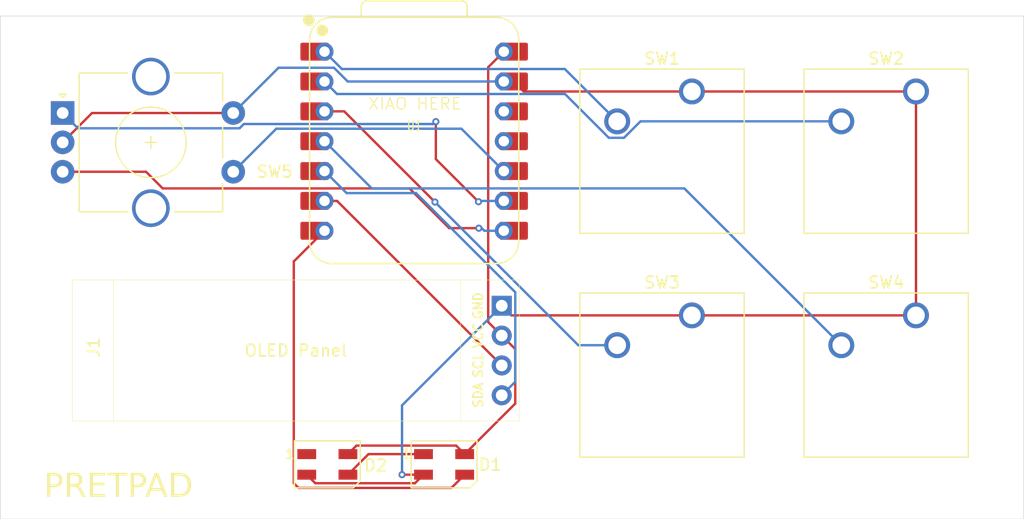
<source format=kicad_pcb>
(kicad_pcb (version 20241229) (generator "pcbnew") (generator_version "9.0")
  (layers (0 "F.Cu" signal) (2 "B.Cu" signal) (13 "F.Paste" user) (15 "B.Paste" user) (5 "F.SilkS" user "F.Silkscreen") (7 "B.SilkS" user "B.Silkscreen") (1 "F.Mask" user) (3 "B.Mask" user) (25 "Edge.Cuts" user))
  (net 0 "")
  (net 1 "Net-(D1-DIN)")
  (net 2 "+5V")
  (net 3 "Net-(D1-DOUT)")
  (net 4 "GND")
  (net 6 "Net-(J1-Pin_1)")
  (net 7 "Net-(J1-Pin_2)")
  (net 8 "Net-(U1-GPIO26{slash}ADC0{slash}A0)")
  (net 9 "Net-(U1-GPIO27{slash}ADC1{slash}A1)")
  (net 10 "Net-(U1-GPIO28{slash}ADC2{slash}A2)")
  (net 11 "Net-(U1-GPIO29{slash}ADC3{slash}A3)")
  (net 12 "Net-(U1-GPIO1{slash}RX)")
  (net 13 "Net-(U1-GPIO2{slash}SCK)")
  (net 14 "Net-(U1-GPIO4{slash}MISO)")
  (footprint "Button_Switch_Keyboard:SW_Cherry_MX_1.00u_PCB" (layer "F.Cu") (at 199.59 97.52)
    (property "Reference" "SW3" (at -2.54 -2.794 0) (layer "F.SilkS"))
    (property "Value" "SW_Push")
    (fp_line (start -9.525 -1.905) (end 4.445 -1.905) (stroke (width 0.12)) (layer "F.SilkS"))
    (fp_line (start -9.525 12.065) (end -9.525 -1.905) (stroke (width 0.12)) (layer "F.SilkS"))
    (fp_line (start 4.445 -1.905) (end 4.445 12.065) (stroke (width 0.12)) (layer "F.SilkS"))
    (fp_line (start 4.445 12.065) (end -9.525 12.065) (stroke (width 0.12)) (layer "F.SilkS"))
    (pad "" np_thru_hole circle (at -7.62 5.08) (size 1.7 1.7) (drill 1.7) (layers "*.Cu" "*.Mask"))
    (pad "" np_thru_hole circle (at -2.54 5.08) (size 4 4) (drill 4) (layers "*.Cu" "*.Mask"))
    (pad "" np_thru_hole circle (at 2.54 5.08) (size 1.7 1.7) (drill 1.7) (layers "*.Cu" "*.Mask"))
    (pad "1" thru_hole circle (at 0 0) (size 2.2 2.2) (drill 1.5) (layers "*.Cu" "*.Mask") (net 4 "GND"))
    (pad "2" thru_hole circle (at -6.35 2.54) (size 2.2 2.2) (drill 1.5) (layers "*.Cu" "*.Mask") (net 10 "Net-(U1-GPIO28{slash}ADC2{slash}A2)"))
  )
  (footprint "OLEDScreenFootprint:SSD1306-0.91-OLED-4pin-128x32-footprint" (layer "F.Cu") (at 146.925 94.51)
    (property "Reference" "J1" (at 1.8 5.74 90) (layer "F.SilkS"))
    (property "Value" "OLED_DISPLAY")
    (fp_line (start 0 0) (end 0 12) (stroke (width 0.04)) (layer "F.SilkS"))
    (fp_line (start 0 12) (end 38 12) (stroke (width 0.04)) (layer "F.SilkS"))
    (fp_line (start 3.5 0) (end 3.5 12) (stroke (width 0.04)) (layer "F.SilkS"))
    (fp_line (start 33 0) (end 33 12) (stroke (width 0.04)) (layer "F.SilkS"))
    (fp_line (start 38 0) (end 0 0) (stroke (width 0.04)) (layer "F.SilkS"))
    (fp_line (start 38 12) (end 38 0) (stroke (width 0.04)) (layer "F.SilkS"))
    (fp_text user "SCL" (at 34.5 7.27 90) (layer "F.SilkS") (effects (font (size 0.8 0.75))))
    (fp_text user "SDA" (at 34.5 9.81 90) (layer "F.SilkS") (effects (font (size 0.8 0.75))))
    (fp_text user "GND" (at 34.5 2.19 90) (layer "F.SilkS") (effects (font (size 0.8 0.75))))
    (fp_text user "VCC" (at 34.5 4.73 90) (layer "F.SilkS") (effects (font (size 0.8 0.75))))
    (fp_text user "OLED Panel" (at 19 6 0) (layer "F.SilkS"))
    (pad "1" thru_hole rect (at 36.5 2.19) (size 1.7 1.7) (drill 1) (layers "*.Cu" "*.Mask") (net 4 "GND"))
    (pad "2" thru_hole oval (at 36.5 4.73) (size 1.7 1.7) (drill 1) (layers "*.Cu" "*.Mask") (net 2 "+5V"))
    (pad "3" thru_hole oval (at 36.5 7.27) (size 1.7 1.7) (drill 1) (layers "*.Cu" "*.Mask") (net 7 "Net-(J1-Pin_2)"))
    (pad "4" thru_hole oval (at 36.5 9.81) (size 1.7 1.7) (drill 1) (layers "*.Cu" "*.Mask") (net 6 "Net-(J1-Pin_1)"))
  )
  (footprint "LED_SMD:LED_SK6812MINI_PLCC4_3.5x3.5mm_P1.75mm" (layer "F.Cu") (at 168.6 110.2)
    (property "Reference" "D2" (at 4.1 0.075 0) (layer "F.SilkS"))
    (property "Value" "SK6812MINI")
    (fp_line (start -2.8 -2) (end -2.8 2) (stroke (width 0.12)) (layer "F.SilkS"))
    (fp_line (start -2.8 -2) (end 2.8 -2) (stroke (width 0.12)) (layer "F.SilkS"))
    (fp_line (start -2.8 2) (end 2.2 2) (stroke (width 0.12)) (layer "F.SilkS"))
    (fp_line (start 2.8 1.4) (end 2.2 2) (stroke (width 0.12)) (layer "F.SilkS"))
    (fp_line (start 2.8 1.4) (end 2.8 -2) (stroke (width 0.12)) (layer "F.SilkS"))
    (fp_text user "1" (at -3.2 -0.875 0) (layer "F.SilkS") (effects (font (size 0.8 0.8))))
    (pad "1" smd rect (at -1.75 -0.875) (size 1.6 0.85) (layers "F.Cu" "F.Mask" "F.Paste"))
    (pad "2" smd rect (at -1.75 0.875) (size 1.6 0.85) (layers "F.Cu" "F.Mask" "F.Paste") (net 4 "GND"))
    (pad "3" smd rect (at 1.75 0.875) (size 1.6 0.85) (layers "F.Cu" "F.Mask" "F.Paste") (net 3 "Net-(D1-DOUT)"))
    (pad "4" smd rect (at 1.75 -0.875) (size 1.6 0.85) (layers "F.Cu" "F.Mask" "F.Paste") (net 2 "+5V"))
  )
  (footprint "OPLFootprint:XIAO-RP2040-DIP" (layer "F.Cu") (at 175.98 82.7)
    (property "Reference" "U1" (at 0.02 -1.3 0) (layer "F.SilkS") (effects (font (size 0.8 0.635) (thickness 0.1016))))
    (property "Value" "XIAO-RP2040-DIP")
    (fp_line (start -8.89 8.509) (end -8.89 -8.636) (stroke (width 0.127)) (layer "F.SilkS"))
    (fp_line (start -6.985 10.414) (end 6.985 10.414) (stroke (width 0.127)) (layer "F.SilkS"))
    (fp_line (start -4.495 -10.541) (end -4.491272 -11.451272) (stroke (width 0.127)) (layer "F.SilkS"))
    (fp_line (start -3.991272 -11.951) (end 4.004 -11.951) (stroke (width 0.127)) (layer "F.SilkS"))
    (fp_line (start 4.504 -11.451) (end 4.504 -10.541) (stroke (width 0.127)) (layer "F.SilkS"))
    (fp_line (start 6.985 -10.541) (end -6.985 -10.541) (stroke (width 0.1)) (layer "F.SilkS"))
    (fp_line (start 6.985 -10.541) (end -6.985 -10.541) (stroke (width 0.127)) (layer "F.SilkS"))
    (fp_line (start 8.89 8.509) (end 8.89 -8.636) (stroke (width 0.127)) (layer "F.SilkS"))
    (fp_arc (start -8.89 -8.636) (mid -8.332038 -9.983038) (end -6.985 -10.541) (stroke (width 0.127)) (layer "F.SilkS"))
    (fp_arc (start -6.985 10.414) (mid -8.332038 9.856038) (end -8.89 8.509) (stroke (width 0.127)) (layer "F.SilkS"))
    (fp_arc (start -4.491272 -11.451272) (mid -4.344728 -11.80464) (end -3.991272 -11.951) (stroke (width 0.127)) (layer "F.SilkS"))
    (fp_arc (start 4.004 -11.951) (mid 4.357553 -11.804553) (end 4.504 -11.451) (stroke (width 0.127)) (layer "F.SilkS"))
    (fp_arc (start 6.985 -10.541) (mid 8.332038 -9.983038) (end 8.89 -8.636) (stroke (width 0.127)) (layer "F.SilkS"))
    (fp_arc (start 8.89 8.509) (mid 8.332038 9.856038) (end 6.985 10.414) (stroke (width 0.127)) (layer "F.SilkS"))
    (fp_circle (center -8.95 -10.3) (end -8.95 -10.554) (stroke (width 0.5)) (fill yes) (layer "F.SilkS"))
    (fp_circle (center -7.807 -9.42) (end -7.807 -9.674) (stroke (width 0.5)) (fill yes) (layer "F.SilkS"))
    (pad "1" smd roundrect (at -8.455 -7.62 180) (size 2.432 1.524) (layers "F.Cu" "F.Mask") (roundrect_rratio 0.1) (net 8 "Net-(U1-GPIO26{slash}ADC0{slash}A0)"))
    (pad "1" thru_hole circle (at -7.62 -7.62 180) (size 1.524 1.524) (drill 0.889) (layers "*.Cu" "*.Mask") (net 8 "Net-(U1-GPIO26{slash}ADC0{slash}A0)"))
    (pad "2" smd roundrect (at -8.455 -5.08 180) (size 2.432 1.524) (layers "F.Cu" "F.Mask") (roundrect_rratio 0.1) (net 9 "Net-(U1-GPIO27{slash}ADC1{slash}A1)"))
    (pad "2" thru_hole circle (at -7.62 -5.08 180) (size 1.524 1.524) (drill 0.889) (layers "*.Cu" "*.Mask") (net 9 "Net-(U1-GPIO27{slash}ADC1{slash}A1)"))
    (pad "3" smd roundrect (at -8.455 -2.54 180) (size 2.432 1.524) (layers "F.Cu" "F.Mask") (roundrect_rratio 0.1) (net 10 "Net-(U1-GPIO28{slash}ADC2{slash}A2)"))
    (pad "3" thru_hole circle (at -7.62 -2.54 180) (size 1.524 1.524) (drill 0.889) (layers "*.Cu" "*.Mask") (net 10 "Net-(U1-GPIO28{slash}ADC2{slash}A2)"))
    (pad "4" smd roundrect (at -8.455 0 180) (size 2.432 1.524) (layers "F.Cu" "F.Mask") (roundrect_rratio 0.1) (net 11 "Net-(U1-GPIO29{slash}ADC3{slash}A3)"))
    (pad "4" thru_hole circle (at -7.62 0 180) (size 1.524 1.524) (drill 0.889) (layers "*.Cu" "*.Mask") (net 11 "Net-(U1-GPIO29{slash}ADC3{slash}A3)"))
    (pad "5" smd roundrect (at -8.455 2.54 180) (size 2.432 1.524) (layers "F.Cu" "F.Mask") (roundrect_rratio 0.1) (net 6 "Net-(J1-Pin_1)"))
    (pad "5" thru_hole circle (at -7.62 2.54 180) (size 1.524 1.524) (drill 0.889) (layers "*.Cu" "*.Mask") (net 6 "Net-(J1-Pin_1)"))
    (pad "6" smd roundrect (at -8.455 5.08 180) (size 2.432 1.524) (layers "F.Cu" "F.Mask") (roundrect_rratio 0.1) (net 7 "Net-(J1-Pin_2)"))
    (pad "6" thru_hole circle (at -7.62 5.08 180) (size 1.524 1.524) (drill 0.889) (layers "*.Cu" "*.Mask") (net 7 "Net-(J1-Pin_2)"))
    (pad "7" smd roundrect (at -8.455 7.62 180) (size 2.432 1.524) (layers "F.Cu" "F.Mask") (roundrect_rratio 0.1) (net 1 "Net-(D1-DIN)"))
    (pad "7" thru_hole circle (at -7.62 7.62 180) (size 1.524 1.524) (drill 0.889) (layers "*.Cu" "*.Mask") (net 1 "Net-(D1-DIN)"))
    (pad "8" thru_hole circle (at 7.62 7.62) (size 1.524 1.524) (drill 0.889) (layers "*.Cu" "*.Mask") (net 12 "Net-(U1-GPIO1{slash}RX)"))
    (pad "8" smd roundrect (at 8.455 7.62) (size 2.432 1.524) (layers "F.Cu" "F.Mask") (roundrect_rratio 0.1) (net 12 "Net-(U1-GPIO1{slash}RX)"))
    (pad "9" thru_hole circle (at 7.62 5.08) (size 1.524 1.524) (drill 0.889) (layers "*.Cu" "*.Mask") (net 13 "Net-(U1-GPIO2{slash}SCK)"))
    (pad "9" smd roundrect (at 8.455 5.08) (size 2.432 1.524) (layers "F.Cu" "F.Mask") (roundrect_rratio 0.1) (net 13 "Net-(U1-GPIO2{slash}SCK)"))
    (pad "10" thru_hole circle (at 7.62 2.54) (size 1.524 1.524) (drill 0.889) (layers "*.Cu" "*.Mask") (net 14 "Net-(U1-GPIO4{slash}MISO)"))
    (pad "10" smd roundrect (at 8.455 2.54) (size 2.432 1.524) (layers "F.Cu" "F.Mask") (roundrect_rratio 0.1) (net 14 "Net-(U1-GPIO4{slash}MISO)"))
    (pad "11" thru_hole circle (at 7.62 0) (size 1.524 1.524) (drill 0.889) (layers "*.Cu" "*.Mask"))
    (pad "11" smd roundrect (at 8.455 0) (size 2.432 1.524) (layers "F.Cu" "F.Mask") (roundrect_rratio 0.1))
    (pad "12" thru_hole circle (at 7.62 -2.54) (size 1.524 1.524) (drill 0.889) (layers "*.Cu" "*.Mask"))
    (pad "12" smd roundrect (at 8.455 -2.54) (size 2.432 1.524) (layers "F.Cu" "F.Mask") (roundrect_rratio 0.1))
    (pad "13" thru_hole circle (at 7.62 -5.08) (size 1.524 1.524) (drill 0.889) (layers "*.Cu" "*.Mask") (net 4 "GND"))
    (pad "13" smd roundrect (at 8.455 -5.08) (size 2.432 1.524) (layers "F.Cu" "F.Mask") (roundrect_rratio 0.1) (net 4 "GND"))
    (pad "14" thru_hole circle (at 7.62 -7.62) (size 1.524 1.524) (drill 0.889) (layers "*.Cu" "*.Mask") (net 2 "+5V"))
    (pad "14" smd roundrect (at 8.455 -7.62) (size 2.432 1.524) (layers "F.Cu" "F.Mask") (roundrect_rratio 0.1) (net 2 "+5V"))
  )
  (footprint "Button_Switch_Keyboard:SW_Cherry_MX_1.00u_PCB" (layer "F.Cu") (at 199.59 78.47)
    (property "Reference" "SW1" (at -2.54 -2.794 0) (layer "F.SilkS"))
    (property "Value" "SW_Push")
    (fp_line (start -9.525 -1.905) (end 4.445 -1.905) (stroke (width 0.12)) (layer "F.SilkS"))
    (fp_line (start -9.525 12.065) (end -9.525 -1.905) (stroke (width 0.12)) (layer "F.SilkS"))
    (fp_line (start 4.445 -1.905) (end 4.445 12.065) (stroke (width 0.12)) (layer "F.SilkS"))
    (fp_line (start 4.445 12.065) (end -9.525 12.065) (stroke (width 0.12)) (layer "F.SilkS"))
    (pad "" np_thru_hole circle (at -7.62 5.08) (size 1.7 1.7) (drill 1.7) (layers "*.Cu" "*.Mask"))
    (pad "" np_thru_hole circle (at -2.54 5.08) (size 4 4) (drill 4) (layers "*.Cu" "*.Mask"))
    (pad "" np_thru_hole circle (at 2.54 5.08) (size 1.7 1.7) (drill 1.7) (layers "*.Cu" "*.Mask"))
    (pad "1" thru_hole circle (at 0 0) (size 2.2 2.2) (drill 1.5) (layers "*.Cu" "*.Mask") (net 4 "GND"))
    (pad "2" thru_hole circle (at -6.35 2.54) (size 2.2 2.2) (drill 1.5) (layers "*.Cu" "*.Mask") (net 8 "Net-(U1-GPIO26{slash}ADC0{slash}A0)"))
  )
  (footprint "Button_Switch_Keyboard:SW_Cherry_MX_1.00u_PCB" (layer "F.Cu") (at 218.64 97.52)
    (property "Reference" "SW4" (at -2.54 -2.794 0) (layer "F.SilkS"))
    (property "Value" "SW_Push")
    (fp_line (start -9.525 -1.905) (end 4.445 -1.905) (stroke (width 0.12)) (layer "F.SilkS"))
    (fp_line (start -9.525 12.065) (end -9.525 -1.905) (stroke (width 0.12)) (layer "F.SilkS"))
    (fp_line (start 4.445 -1.905) (end 4.445 12.065) (stroke (width 0.12)) (layer "F.SilkS"))
    (fp_line (start 4.445 12.065) (end -9.525 12.065) (stroke (width 0.12)) (layer "F.SilkS"))
    (pad "" np_thru_hole circle (at -7.62 5.08) (size 1.7 1.7) (drill 1.7) (layers "*.Cu" "*.Mask"))
    (pad "" np_thru_hole circle (at -2.54 5.08) (size 4 4) (drill 4) (layers "*.Cu" "*.Mask"))
    (pad "" np_thru_hole circle (at 2.54 5.08) (size 1.7 1.7) (drill 1.7) (layers "*.Cu" "*.Mask"))
    (pad "1" thru_hole circle (at 0 0) (size 2.2 2.2) (drill 1.5) (layers "*.Cu" "*.Mask") (net 4 "GND"))
    (pad "2" thru_hole circle (at -6.35 2.54) (size 2.2 2.2) (drill 1.5) (layers "*.Cu" "*.Mask") (net 11 "Net-(U1-GPIO29{slash}ADC3{slash}A3)"))
  )
  (footprint "LED_SMD:LED_SK6812MINI_PLCC4_3.5x3.5mm_P1.75mm" (layer "F.Cu") (at 178.525 110.2)
    (property "Reference" "D1" (at 3.925 0.025 0) (layer "F.SilkS"))
    (property "Value" "SK6812MINI")
    (fp_line (start -2.8 -2) (end -2.8 2) (stroke (width 0.12)) (layer "F.SilkS"))
    (fp_line (start -2.8 -2) (end 2.8 -2) (stroke (width 0.12)) (layer "F.SilkS"))
    (fp_line (start -2.8 2) (end 2.2 2) (stroke (width 0.12)) (layer "F.SilkS"))
    (fp_line (start 2.8 1.4) (end 2.2 2) (stroke (width 0.12)) (layer "F.SilkS"))
    (fp_line (start 2.8 1.4) (end 2.8 -2) (stroke (width 0.12)) (layer "F.SilkS"))
    (fp_text user "1" (at -3.2 -0.875 0) (layer "F.SilkS") (effects (font (size 0.8 0.8))))
    (pad "1" smd rect (at -1.75 -0.875) (size 1.6 0.85) (layers "F.Cu" "F.Mask" "F.Paste") (net 3 "Net-(D1-DOUT)"))
    (pad "2" smd rect (at -1.75 0.875) (size 1.6 0.85) (layers "F.Cu" "F.Mask" "F.Paste") (net 4 "GND"))
    (pad "3" smd rect (at 1.75 0.875) (size 1.6 0.85) (layers "F.Cu" "F.Mask" "F.Paste") (net 1 "Net-(D1-DIN)"))
    (pad "4" smd rect (at 1.75 -0.875) (size 1.6 0.85) (layers "F.Cu" "F.Mask" "F.Paste") (net 2 "+5V"))
  )
  (footprint "KnobFootprint:RotaryEncoder_Alps_EC11E-Switch_Vertical_H20mm_CircularMountingHoles" (layer "F.Cu") (at 146.1 80.3)
    (property "Reference" "SW5" (at 18.01875 5 0) (layer "F.SilkS"))
    (property "Value" "RotaryEncoder_Switch")
    (fp_line (start -0.3 -1.6) (end 0.3 -1.6) (stroke (width 0.12)) (layer "F.SilkS"))
    (fp_line (start 0 -1.3) (end -0.3 -1.6) (stroke (width 0.12)) (layer "F.SilkS"))
    (fp_line (start 0.3 -1.6) (end 0 -1.3) (stroke (width 0.12)) (layer "F.SilkS"))
    (fp_line (start 1.4 -3.4) (end 1.4 8.4) (stroke (width 0.12)) (layer "F.SilkS"))
    (fp_line (start 5.5 -3.4) (end 1.4 -3.4) (stroke (width 0.12)) (layer "F.SilkS"))
    (fp_line (start 5.5 8.4) (end 1.4 8.4) (stroke (width 0.12)) (layer "F.SilkS"))
    (fp_line (start 7 2.5) (end 8 2.5) (stroke (width 0.12)) (layer "F.SilkS"))
    (fp_line (start 7.5 2) (end 7.5 3) (stroke (width 0.12)) (layer "F.SilkS"))
    (fp_line (start 9.5 -3.4) (end 13.6 -3.4) (stroke (width 0.12)) (layer "F.SilkS"))
    (fp_line (start 13.6 -3.4) (end 13.6 -1) (stroke (width 0.12)) (layer "F.SilkS"))
    (fp_line (start 13.6 1.2) (end 13.6 3.8) (stroke (width 0.12)) (layer "F.SilkS"))
    (fp_line (start 13.6 6) (end 13.6 8.4) (stroke (width 0.12)) (layer "F.SilkS"))
    (fp_line (start 13.6 8.4) (end 9.5 8.4) (stroke (width 0.12)) (layer "F.SilkS"))
    (fp_circle (center 7.5 2.5) (end 10.5 2.5) (stroke (width 0.12)) (fill no) (layer "F.SilkS"))
    (pad "A" thru_hole rect (at 0 0) (size 2 2) (drill 1) (layers "*.Cu" "*.Mask") (net 13 "Net-(U1-GPIO2{slash}SCK)"))
    (pad "B" thru_hole circle (at 0 5) (size 2 2) (drill 1) (layers "*.Cu" "*.Mask") (net 12 "Net-(U1-GPIO1{slash}RX)"))
    (pad "C" thru_hole circle (at 0 2.5) (size 2 2) (drill 1) (layers "*.Cu" "*.Mask") (net 4 "GND"))
    (pad "MP" thru_hole circle (at 7.5 -3.1) (size 3.2 3.2) (drill 2.6) (layers "*.Cu" "*.Mask"))
    (pad "MP" thru_hole circle (at 7.5 8.1) (size 3.2 3.2) (drill 2.6) (layers "*.Cu" "*.Mask"))
    (pad "S1" thru_hole circle (at 14.5 5) (size 2 2) (drill 1) (layers "*.Cu" "*.Mask") (net 14 "Net-(U1-GPIO4{slash}MISO)"))
    (pad "S2" thru_hole circle (at 14.5 0) (size 2 2) (drill 1) (layers "*.Cu" "*.Mask") (net 4 "GND"))
  )
  (footprint "Button_Switch_Keyboard:SW_Cherry_MX_1.00u_PCB" (layer "F.Cu") (at 218.64 78.47)
    (property "Reference" "SW2" (at -2.54 -2.794 0) (layer "F.SilkS"))
    (property "Value" "SW_Push")
    (fp_line (start -9.525 -1.905) (end 4.445 -1.905) (stroke (width 0.12)) (layer "F.SilkS"))
    (fp_line (start -9.525 12.065) (end -9.525 -1.905) (stroke (width 0.12)) (layer "F.SilkS"))
    (fp_line (start 4.445 -1.905) (end 4.445 12.065) (stroke (width 0.12)) (layer "F.SilkS"))
    (fp_line (start 4.445 12.065) (end -9.525 12.065) (stroke (width 0.12)) (layer "F.SilkS"))
    (pad "" np_thru_hole circle (at -7.62 5.08) (size 1.7 1.7) (drill 1.7) (layers "*.Cu" "*.Mask"))
    (pad "" np_thru_hole circle (at -2.54 5.08) (size 4 4) (drill 4) (layers "*.Cu" "*.Mask"))
    (pad "" np_thru_hole circle (at 2.54 5.08) (size 1.7 1.7) (drill 1.7) (layers "*.Cu" "*.Mask"))
    (pad "1" thru_hole circle (at 0 0) (size 2.2 2.2) (drill 1.5) (layers "*.Cu" "*.Mask") (net 4 "GND"))
    (pad "2" thru_hole circle (at -6.35 2.54) (size 2.2 2.2) (drill 1.5) (layers "*.Cu" "*.Mask") (net 9 "Net-(U1-GPIO27{slash}ADC1{slash}A1)"))
  )
  (gr_rect (start 140.8 72.05) (end 227.8 114.85) (stroke (width 0.05)) (fill no) (layer "Edge.Cuts"))
  (gr_text "XIAO HERE" (at 172 80.1 0) (layer "F.SilkS") (effects (font (size 1 1) (thickness 0.1)) (justify left bottom)))
  (gr_text "PRETPAD" (at 144.5 113.3 0) (layer "F.SilkS") (effects (font (size 2 2) (thickness 0.1)) (justify left bottom)))
  (segment (start 179.148 112.202) (end 166.15 112.202) (width 0.2) (layer "F.Cu") (net 1))
  (segment (start 165.749 111.801) (end 165.749 92.931) (width 0.2) (layer "F.Cu") (net 1))
  (segment (start 165.749 92.931) (end 168.36 90.32) (width 0.2) (layer "F.Cu") (net 1))
  (segment (start 180.275 111.075) (end 179.148 112.202) (width 0.2) (layer "F.Cu") (net 1))
  (segment (start 166.15 112.202) (end 165.749 111.801) (width 0.2) (layer "F.Cu") (net 1))
  (segment (start 170.35 109.325) (end 171.076 108.599) (width 0.2) (layer "F.Cu") (net 2))
  (segment (start 179.549 108.599) (end 180.275 109.325) (width 0.2) (layer "F.Cu") (net 2))
  (segment (start 183.425 99.24) (end 184.576 100.391) (width 0.2) (layer "F.Cu") (net 2))
  (segment (start 184.576 100.391) (end 184.576 105.024) (width 0.2) (layer "F.Cu") (net 2))
  (segment (start 182.274 98.089) (end 182.274 76.406) (width 0.2) (layer "F.Cu") (net 2))
  (segment (start 182.274 76.406) (end 183.6 75.08) (width 0.2) (layer "F.Cu") (net 2))
  (segment (start 171.076 108.599) (end 179.549 108.599) (width 0.2) (layer "F.Cu") (net 2))
  (segment (start 183.425 99.24) (end 182.274 98.089) (width 0.2) (layer "F.Cu") (net 2))
  (segment (start 184.576 105.024) (end 180.275 109.325) (width 0.2) (layer "F.Cu") (net 2))
  (segment (start 176.775 109.325) (end 172.1 109.325) (width 0.2) (layer "F.Cu") (net 3))
  (segment (start 172.1 109.325) (end 170.35 111.075) (width 0.2) (layer "F.Cu") (net 3))
  (segment (start 185.285 78.47) (end 184.435 77.62) (width 0.2) (layer "F.Cu") (net 4))
  (segment (start 176.775 111.075) (end 176.049 111.801) (width 0.2) (layer "F.Cu") (net 4))
  (segment (start 148.6 80.3) (end 160.6 80.3) (width 0.2) (layer "F.Cu") (net 4))
  (segment (start 184.245 97.52) (end 183.425 96.7) (width 0.2) (layer "F.Cu") (net 4))
  (segment (start 199.59 97.52) (end 184.245 97.52) (width 0.2) (layer "F.Cu") (net 4))
  (segment (start 218.64 97.52) (end 218.64 78.47) (width 0.2) (layer "F.Cu") (net 4))
  (segment (start 199.59 97.52) (end 218.64 97.52) (width 0.2) (layer "F.Cu") (net 4))
  (segment (start 176.775 111.075) (end 174.95 111.075) (width 0.2) (layer "F.Cu") (net 4))
  (segment (start 199.59 78.47) (end 185.285 78.47) (width 0.2) (layer "F.Cu") (net 4))
  (segment (start 167.576 111.801) (end 166.85 111.075) (width 0.2) (layer "F.Cu") (net 4))
  (segment (start 146.1 82.8) (end 148.6 80.3) (width 0.2) (layer "F.Cu") (net 4))
  (segment (start 176.049 111.801) (end 167.576 111.801) (width 0.2) (layer "F.Cu") (net 4))
  (segment (start 218.64 78.47) (end 199.59 78.47) (width 0.2) (layer "F.Cu") (net 4))
  (via (at 174.95 111.075) (size 0.6) (drill 0.3) (layers "F.Cu" "B.Cu") (net 4))
  (segment (start 160.6 80.3) (end 164.45 76.45) (width 0.2) (layer "B.Cu") (net 4))
  (segment (start 164.45 76.45) (end 169.1629 76.45) (width 0.2) (layer "B.Cu") (net 4))
  (segment (start 174.95 111.075) (end 174.95 105.175) (width 0.2) (layer "B.Cu") (net 4))
  (segment (start 170.3329 77.62) (end 183.6 77.62) (width 0.2) (layer "B.Cu") (net 4))
  (segment (start 174.95 105.175) (end 183.425 96.7) (width 0.2) (layer "B.Cu") (net 4))
  (segment (start 169.1629 76.45) (end 170.3329 77.62) (width 0.2) (layer "B.Cu") (net 4))
  (segment (start 176.143057 87.118) (end 170.238 87.118) (width 0.2) (layer "B.Cu") (net 6))
  (segment (start 184.576 103.169) (end 184.576 95.550943) (width 0.2) (layer "B.Cu") (net 6))
  (segment (start 170.238 87.118) (end 168.36 85.24) (width 0.2) (layer "B.Cu") (net 6))
  (segment (start 184.576 95.550943) (end 176.143057 87.118) (width 0.2) (layer "B.Cu") (net 6))
  (segment (start 183.425 104.32) (end 184.576 103.169) (width 0.2) (layer "B.Cu") (net 6))
  (segment (start 183.425 101.78) (end 169.425 87.78) (width 0.2) (layer "F.Cu") (net 7))
  (segment (start 169.425 87.78) (end 168.36 87.78) (width 0.2) (layer "F.Cu") (net 7))
  (segment (start 193.24 81.01) (end 188.787 76.557) (width 0.2) (layer "B.Cu") (net 8))
  (segment (start 188.787 76.557) (end 169.837 76.557) (width 0.2) (layer "B.Cu") (net 8))
  (segment (start 169.837 76.557) (end 168.36 75.08) (width 0.2) (layer "B.Cu") (net 8))
  (segment (start 212.29 81.01) (end 195.221314 81.01) (width 0.2) (layer "B.Cu") (net 9))
  (segment (start 192.52947 82.411) (end 188.80147 78.683) (width 0.2) (layer "B.Cu") (net 9))
  (segment (start 195.221314 81.01) (end 193.820314 82.411) (width 0.2) (layer "B.Cu") (net 9))
  (segment (start 169.423 78.683) (end 168.36 77.62) (width 0.2) (layer "B.Cu") (net 9))
  (segment (start 193.820314 82.411) (end 192.52947 82.411) (width 0.2) (layer "B.Cu") (net 9))
  (segment (start 188.80147 78.683) (end 169.423 78.683) (width 0.2) (layer "B.Cu") (net 9))
  (segment (start 170.035 80.16) (end 168.36 80.16) (width 0.2) (layer "F.Cu") (net 10))
  (segment (start 177.75 87.875) (end 170.035 80.16) (width 0.2) (layer "F.Cu") (net 10))
  (via (at 177.75 87.875) (size 0.6) (drill 0.3) (layers "F.Cu" "B.Cu") (net 10))
  (segment (start 189.935 100.06) (end 177.75 87.875) (width 0.2) (layer "B.Cu") (net 10))
  (segment (start 193.24 100.06) (end 189.935 100.06) (width 0.2) (layer "B.Cu") (net 10))
  (segment (start 212.29 100.06) (end 198.947 86.717) (width 0.2) (layer "B.Cu") (net 11))
  (segment (start 198.947 86.717) (end 172.377 86.717) (width 0.2) (layer "B.Cu") (net 11))
  (segment (start 172.377 86.717) (end 168.36 82.7) (width 0.2) (layer "B.Cu") (net 11))
  (segment (start 146.1 85.3) (end 153.18842 85.3) (width 0.2) (layer "F.Cu") (net 12))
  (segment (start 178.962 90.1) (end 181.475 90.1) (width 0.2) (layer "F.Cu") (net 12))
  (segment (start 153.18842 85.3) (end 154.60542 86.717) (width 0.2) (layer "F.Cu") (net 12))
  (segment (start 175.579 86.717) (end 178.962 90.1) (width 0.2) (layer "F.Cu") (net 12))
  (segment (start 154.60542 86.717) (end 175.579 86.717) (width 0.2) (layer "F.Cu") (net 12))
  (via (at 181.475 90.1) (size 0.6) (drill 0.3) (layers "F.Cu" "B.Cu") (net 12))
  (segment (start 181.945 90.32) (end 183.6 90.32) (width 0.2) (layer "B.Cu") (net 12))
  (segment (start 181.725 90.1) (end 181.945 90.32) (width 0.2) (layer "B.Cu") (net 12))
  (segment (start 181.475 90.1) (end 181.725 90.1) (width 0.2) (layer "B.Cu") (net 12))
  (segment (start 177.825 84.225) (end 181.45 87.85) (width 0.2) (layer "F.Cu") (net 13))
  (segment (start 177.825 81.037) (end 177.825 84.225) (width 0.2) (layer "F.Cu") (net 13))
  (via (at 177.825 81.037) (size 0.6) (drill 0.3) (layers "F.Cu" "B.Cu") (net 13))
  (via (at 181.45 87.85) (size 0.6) (drill 0.3) (layers "F.Cu" "B.Cu") (net 13))
  (segment (start 181.52 87.78) (end 183.6 87.78) (width 0.2) (layer "B.Cu") (net 13))
  (segment (start 161.503892 81.236) (end 177.626 81.236) (width 0.2) (layer "B.Cu") (net 13))
  (segment (start 181.45 87.85) (end 181.52 87.78) (width 0.2) (layer "B.Cu") (net 13))
  (segment (start 177.626 81.236) (end 177.825 81.037) (width 0.2) (layer "B.Cu") (net 13))
  (segment (start 147.401 81.601) (end 161.138892 81.601) (width 0.2) (layer "B.Cu") (net 13))
  (segment (start 161.138892 81.601) (end 161.503892 81.236) (width 0.2) (layer "B.Cu") (net 13))
  (segment (start 146.1 80.3) (end 147.401 81.601) (width 0.2) (layer "B.Cu") (net 13))
  (segment (start 164.263 81.637) (end 179.997 81.637) (width 0.2) (layer "B.Cu") (net 14))
  (segment (start 179.997 81.637) (end 183.6 85.24) (width 0.2) (layer "B.Cu") (net 14))
  (segment (start 160.6 85.3) (end 164.263 81.637) (width 0.2) (layer "B.Cu") (net 14))
)
</source>
